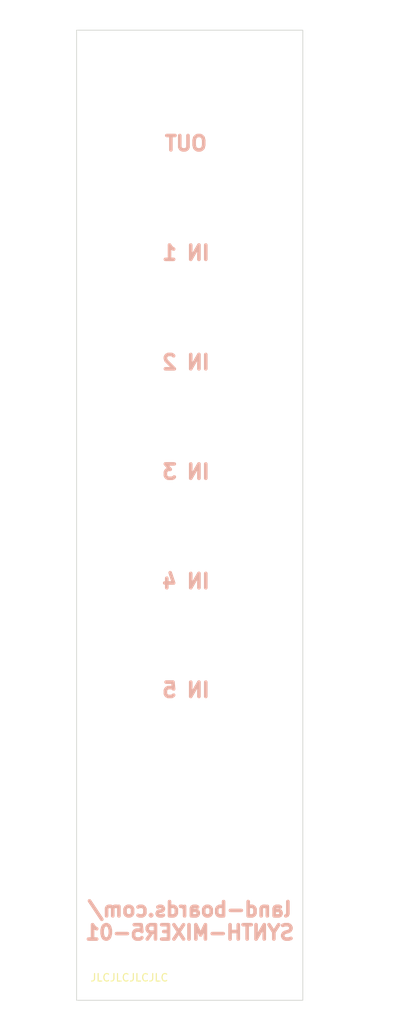
<source format=kicad_pcb>
(kicad_pcb (version 20211014) (generator pcbnew)
  (title_block (title "SYNTH-MIXER6-01") (date "2022-09-30") (rev "1") (company "LAND BOARDS, LLC"))
  (layers (0 "F.Cu" signal) (31 "B.Cu" signal) (34 "B.Paste" user) (35 "F.Paste" user) (36 "B.SilkS" user "B.Silkscreen") (37 "F.SilkS" user "F.Silkscreen") (38 "B.Mask" user) (39 "F.Mask" user) (44 "Edge.Cuts" user))
  (net 0 "")
  (footprint "" (layer "F.Cu") (at 46.5 87.4)
    (fp_text reference "" (at 0 0) (layer "F.SilkS") (effects (font (size 1.27 1.27))))
    (fp_text value "" (at 0 0) (layer "F.SilkS") (effects (font (size 1.27 1.27))))
    (pad "" np_thru_hole circle (at 0 0) (size 6.2 6.2) (drill 6.2) (layers F&B.Cu *.Mask))
  )
  (footprint "" (layer "F.Cu") (at 46.5 44)
    (fp_text reference "" (at 0 0) (layer "F.SilkS") (effects (font (size 1.27 1.27))))
    (fp_text value "" (at 0 0) (layer "F.SilkS") (effects (font (size 1.27 1.27))))
    (pad "" np_thru_hole circle (at 0 0) (size 6.2 6.2) (drill 6.2) (layers F&B.Cu *.Mask))
  )
  (footprint "" (layer "F.Cu") (at 62 73)
    (fp_text reference "" (at 0 0) (layer "F.SilkS") (effects (font (size 1.27 1.27))))
    (fp_text value "" (at 0 0) (layer "F.SilkS") (effects (font (size 1.27 1.27))))
    (pad "" np_thru_hole circle (at 0 0) (size 6.2 6.2) (drill 6.2) (layers F&B.Cu *.Mask))
  )
  (footprint "" (layer "F.Cu") (at 62 44)
    (fp_text reference "" (at 0 0) (layer "F.SilkS") (effects (font (size 1.27 1.27))))
    (fp_text value "" (at 0 0) (layer "F.SilkS") (effects (font (size 1.27 1.27))))
    (pad "" np_thru_hole circle (at 0 0) (size 6.2 6.2) (drill 6.2) (layers F&B.Cu *.Mask))
  )
  (footprint "" (layer "F.Cu") (at 46.5 15)
    (fp_text reference "" (at 0 0) (layer "F.SilkS") (effects (font (size 1.27 1.27))))
    (fp_text value "" (at 0 0) (layer "F.SilkS") (effects (font (size 1.27 1.27))))
    (pad "" np_thru_hole circle (at 0 0) (size 6.2 6.2) (drill 6.2) (layers F&B.Cu *.Mask))
  )
  (footprint "" (layer "F.Cu") (at 46.5 29.5)
    (fp_text reference "" (at 0 0) (layer "F.SilkS") (effects (font (size 1.27 1.27))))
    (fp_text value "" (at 0 0) (layer "F.SilkS") (effects (font (size 1.27 1.27))))
    (pad "" np_thru_hole circle (at 0 0) (size 6.2 6.2) (drill 6.2) (layers F&B.Cu *.Mask))
  )
  (footprint "" (layer "F.Cu") (at 59.5 3)
    (fp_text reference "" (at 0 0) (layer "F.SilkS") (effects (font (size 1.27 1.27))))
    (fp_text value "" (at 0 0) (layer "F.SilkS") (effects (font (size 1.27 1.27))))
    (pad "" np_thru_hole oval (at 0 0) (size 12 3.2) (drill oval 12 3.2) (layers F&B.Cu *.Mask))
    (pad "" np_thru_hole oval (at 0 0) (size 12 3.2) (drill oval 12 3.2) (layers F&B.Cu *.Mask))
    (pad "" np_thru_hole oval (at 0 0) (size 12 3.2) (drill oval 12 3.2) (layers F&B.Cu *.Mask))
  )
  (footprint "" (layer "F.Cu") (at 60 125.5)
    (fp_text reference "" (at 0 0) (layer "F.SilkS") (effects (font (size 1.27 1.27))))
    (fp_text value "" (at 0 0) (layer "F.SilkS") (effects (font (size 1.27 1.27))))
    (pad "" np_thru_hole oval (at 0 0) (size 12 3.2) (drill oval 12 3.2) (layers F&B.Cu *.Mask))
    (pad "" np_thru_hole oval (at 0 0) (size 12 3.2) (drill oval 12 3.2) (layers F&B.Cu *.Mask))
    (pad "" np_thru_hole oval (at 0 0) (size 12 3.2) (drill oval 12 3.2) (layers F&B.Cu *.Mask))
  )
  (footprint "" (layer "F.Cu") (at 62 15)
    (fp_text reference "" (at 0 0) (layer "F.SilkS") (effects (font (size 1.27 1.27))))
    (fp_text value "" (at 0 0) (layer "F.SilkS") (effects (font (size 1.27 1.27))))
    (pad "" np_thru_hole circle (at 0 0) (size 6.2 6.2) (drill 6.2) (layers F&B.Cu *.Mask))
  )
  (footprint "" (layer "F.Cu") (at 62 29.5)
    (fp_text reference "" (at 0 0) (layer "F.SilkS") (effects (font (size 1.27 1.27))))
    (fp_text value "" (at 0 0) (layer "F.SilkS") (effects (font (size 1.27 1.27))))
    (pad "" np_thru_hole circle (at 0 0) (size 6.2 6.2) (drill 6.2) (layers F&B.Cu *.Mask))
  )
  (footprint "" (layer "F.Cu") (at 62 87.4)
    (fp_text reference "" (at 0 0) (layer "F.SilkS") (effects (font (size 1.27 1.27))))
    (fp_text value "" (at 0 0) (layer "F.SilkS") (effects (font (size 1.27 1.27))))
    (pad "" np_thru_hole circle (at 0 0) (size 6.2 6.2) (drill 6.2) (layers F&B.Cu *.Mask))
  )
  (footprint "" (layer "F.Cu") (at 46.5 58.5)
    (fp_text reference "" (at 0 0) (layer "F.SilkS") (effects (font (size 1.27 1.27))))
    (fp_text value "" (at 0 0) (layer "F.SilkS") (effects (font (size 1.27 1.27))))
    (pad "" np_thru_hole circle (at 0 0) (size 6.2 6.2) (drill 6.2) (layers F&B.Cu *.Mask))
  )
  (footprint "" (layer "F.Cu") (at 46.5 73)
    (fp_text reference "" (at 0 0) (layer "F.SilkS") (effects (font (size 1.27 1.27))))
    (fp_text value "" (at 0 0) (layer "F.SilkS") (effects (font (size 1.27 1.27))))
    (pad "" np_thru_hole circle (at 0 0) (size 6.2 6.2) (drill 6.2) (layers F&B.Cu *.Mask))
  )
  (footprint "" (layer "F.Cu") (at 62 58.5)
    (fp_text reference "" (at 0 0) (layer "F.SilkS") (effects (font (size 1.27 1.27))))
    (fp_text value "" (at 0 0) (layer "F.SilkS") (effects (font (size 1.27 1.27))))
    (pad "" np_thru_hole circle (at 0 0) (size 6.2 6.2) (drill 6.2) (layers F&B.Cu *.Mask))
  )
  (gr_rect (start 40 0) (end 70 128.5) (layer "Edge.Cuts") (width 0.1) (fill none))
  (gr_text "land-boards.com/\nSYNTH-MIXER5-01" (at 55 118) (layer "B.SilkS") (effects (font (size 1.905 1.905) (thickness 0.47625)) (justify mirror)))
  (gr_text "IN 1" (at 54.5 29.5) (layer "B.SilkS") (effects (font (size 1.905 1.905) (thickness 0.47625)) (justify mirror)))
  (gr_text "IN 2" (at 54.5 44) (layer "B.SilkS") (effects (font (size 1.905 1.905) (thickness 0.47625)) (justify mirror)))
  (gr_text "IN 4" (at 54.5 73) (layer "B.SilkS") (effects (font (size 1.905 1.905) (thickness 0.47625)) (justify mirror)))
  (gr_text "IN 3" (at 54.5 58.5) (layer "B.SilkS") (effects (font (size 1.905 1.905) (thickness 0.47625)) (justify mirror)))
  (gr_text "OUT" (at 54.5 15) (layer "B.SilkS") (effects (font (size 1.905 1.905) (thickness 0.47625)) (justify mirror)))
  (gr_text "IN 5" (at 54.5 87.4) (layer "B.SilkS") (effects (font (size 1.905 1.905) (thickness 0.47625)) (justify mirror)))
  (gr_text "JLCJLCJLCJLC" (at 47 125.5) (layer "F.SilkS") (effects (font (size 1 1))))
)
</source>
